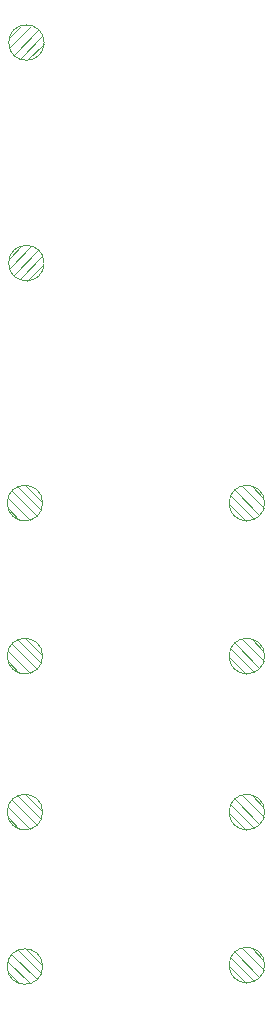
<source format=gbr>
G04 #@! TF.GenerationSoftware,KiCad,Pcbnew,(5.0.1)-4*
G04 #@! TF.CreationDate,2019-03-05T01:35:27-06:00*
G04 #@! TF.ProjectId,VCO,56434F2E6B696361645F706362000000,rev?*
G04 #@! TF.SameCoordinates,Original*
G04 #@! TF.FileFunction,Drawing*
%FSLAX46Y46*%
G04 Gerber Fmt 4.6, Leading zero omitted, Abs format (unit mm)*
G04 Created by KiCad (PCBNEW (5.0.1)-4) date 3/5/2019 1:35:27*
%MOMM*%
%LPD*%
G01*
G04 APERTURE LIST*
%ADD10C,0.120000*%
G04 APERTURE END LIST*
D10*
G04 #@! TO.C,J9*
X173582000Y130556000D02*
G75*
G03X173582000Y130556000I-1500000J0D01*
G01*
X170602000Y130466000D02*
X171992000Y129076000D01*
X170732000Y131136000D02*
X172672000Y129196000D01*
X171072000Y131626000D02*
X173152000Y129546000D01*
X171687000Y131976000D02*
X173502000Y130156000D01*
X172542000Y131966000D02*
X173492000Y131016000D01*
G04 #@! TO.C,J1*
X152006000Y182956000D02*
X152956000Y183906000D01*
X151996000Y182101000D02*
X153816000Y183916000D01*
X152346000Y181486000D02*
X154426000Y183566000D01*
X152836000Y181146000D02*
X154776000Y183086000D01*
X153506000Y181016000D02*
X154896000Y182406000D01*
X154916000Y182496000D02*
G75*
G03X154916000Y182496000I-1500000J0D01*
G01*
G04 #@! TO.C,J2*
X154916000Y163827000D02*
G75*
G03X154916000Y163827000I-1500000J0D01*
G01*
X153506000Y162347000D02*
X154896000Y163737000D01*
X152836000Y162477000D02*
X154776000Y164417000D01*
X152346000Y162817000D02*
X154426000Y164897000D01*
X151996000Y163432000D02*
X153816000Y165247000D01*
X152006000Y164287000D02*
X152956000Y165237000D01*
G04 #@! TO.C,J3*
X154792000Y104267000D02*
G75*
G03X154792000Y104267000I-1500000J0D01*
G01*
X154772000Y104357000D02*
X153382000Y105747000D01*
X154642000Y103687000D02*
X152702000Y105627000D01*
X154302000Y103197000D02*
X152222000Y105277000D01*
X153687000Y102847000D02*
X151872000Y104667000D01*
X152832000Y102857000D02*
X151882000Y103807000D01*
G04 #@! TO.C,J4*
X154792000Y143510000D02*
G75*
G03X154792000Y143510000I-1500000J0D01*
G01*
X154772000Y143600000D02*
X153382000Y144990000D01*
X154642000Y142930000D02*
X152702000Y144870000D01*
X154302000Y142440000D02*
X152222000Y144520000D01*
X153687000Y142090000D02*
X151872000Y143910000D01*
X152832000Y142100000D02*
X151882000Y143050000D01*
G04 #@! TO.C,J5*
X152832000Y129146000D02*
X151882000Y130096000D01*
X153687000Y129136000D02*
X151872000Y130956000D01*
X154302000Y129486000D02*
X152222000Y131566000D01*
X154642000Y129976000D02*
X152702000Y131916000D01*
X154772000Y130646000D02*
X153382000Y132036000D01*
X154792000Y130556000D02*
G75*
G03X154792000Y130556000I-1500000J0D01*
G01*
G04 #@! TO.C,J6*
X154792000Y117348000D02*
G75*
G03X154792000Y117348000I-1500000J0D01*
G01*
X154772000Y117438000D02*
X153382000Y118828000D01*
X154642000Y116768000D02*
X152702000Y118708000D01*
X154302000Y116278000D02*
X152222000Y118358000D01*
X153687000Y115928000D02*
X151872000Y117748000D01*
X152832000Y115938000D02*
X151882000Y116888000D01*
G04 #@! TO.C,J7*
X172542000Y105804000D02*
X173492000Y104854000D01*
X171687000Y105814000D02*
X173502000Y103994000D01*
X171072000Y105464000D02*
X173152000Y103384000D01*
X170732000Y104974000D02*
X172672000Y103034000D01*
X170602000Y104304000D02*
X171992000Y102914000D01*
X173582000Y104394000D02*
G75*
G03X173582000Y104394000I-1500000J0D01*
G01*
G04 #@! TO.C,J8*
X172542000Y118758000D02*
X173492000Y117808000D01*
X171687000Y118768000D02*
X173502000Y116948000D01*
X171072000Y118418000D02*
X173152000Y116338000D01*
X170732000Y117928000D02*
X172672000Y115988000D01*
X170602000Y117258000D02*
X171992000Y115868000D01*
X173582000Y117348000D02*
G75*
G03X173582000Y117348000I-1500000J0D01*
G01*
G04 #@! TO.C,J10*
X172542000Y144920000D02*
X173492000Y143970000D01*
X171687000Y144930000D02*
X173502000Y143110000D01*
X171072000Y144580000D02*
X173152000Y142500000D01*
X170732000Y144090000D02*
X172672000Y142150000D01*
X170602000Y143420000D02*
X171992000Y142030000D01*
X173582000Y143510000D02*
G75*
G03X173582000Y143510000I-1500000J0D01*
G01*
G04 #@! TD*
M02*

</source>
